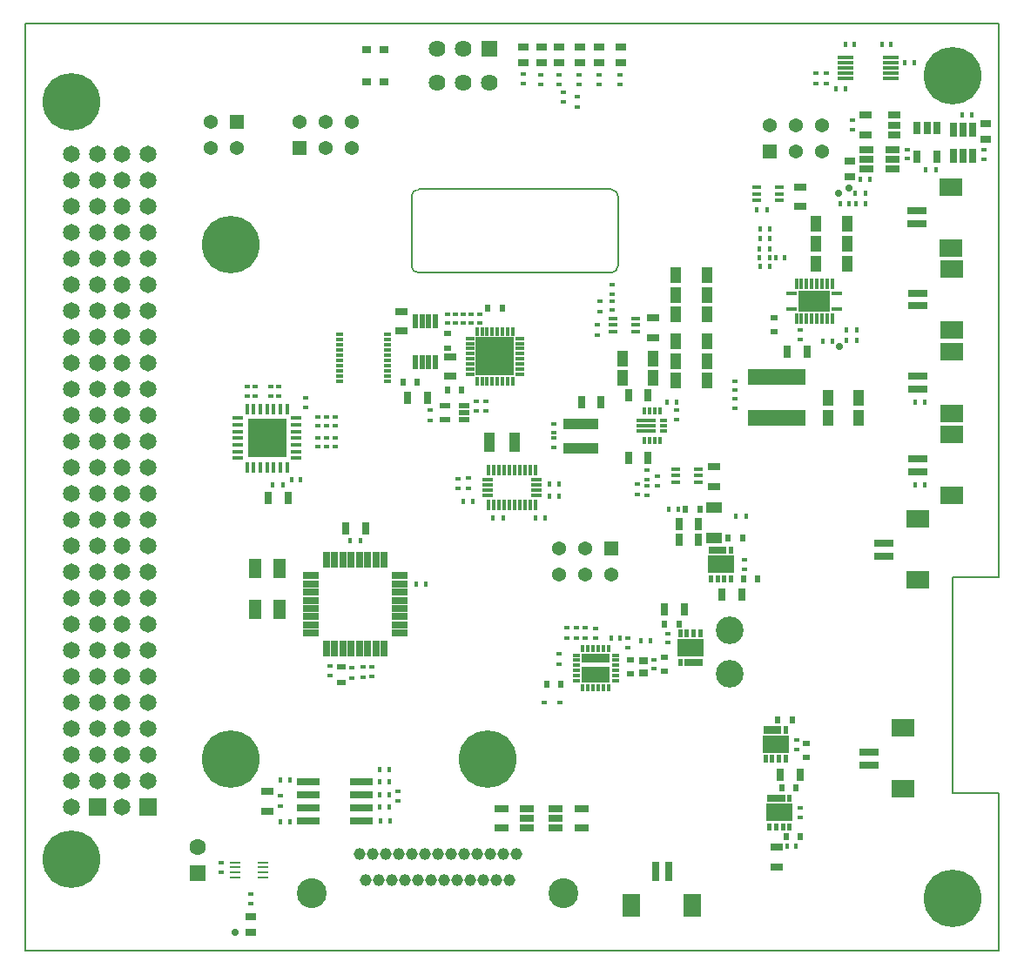
<source format=gts>
G04*
G04 #@! TF.GenerationSoftware,Altium Limited,Altium Designer,18.1.9 (240)*
G04*
G04 Layer_Color=8388736*
%FSLAX44Y44*%
%MOMM*%
G71*
G01*
G75*
%ADD16C,0.1520*%
%ADD21R,1.1112X0.2540*%
%ADD22R,1.6000X1.0000*%
%ADD23R,0.4500X0.6000*%
%ADD24R,0.4000X0.6000*%
%ADD25R,0.8000X1.3000*%
%ADD26R,0.6000X0.8000*%
%ADD27R,1.3000X0.8000*%
%ADD31R,0.6000X0.4000*%
%ADD39R,0.8000X0.6000*%
%ADD40R,0.6000X0.4500*%
%ADD42R,0.5032X0.3556*%
%ADD47R,0.9000X0.5000*%
%ADD50R,0.7000X1.3000*%
%ADD56R,1.0000X1.6000*%
%ADD57R,1.3000X0.7000*%
%ADD79R,0.4016X0.7016*%
%ADD80R,1.7016X0.7016*%
%ADD81R,2.5016X1.7016*%
%ADD82R,0.8016X1.9016*%
%ADD83R,1.7016X2.3016*%
%ADD84R,0.3616X1.0016*%
%ADD85R,1.0016X0.3616*%
%ADD86R,3.0516X2.0516*%
%ADD87C,0.7016*%
%ADD88R,0.9016X0.6516*%
%ADD89R,1.2016X0.7016*%
%ADD90R,0.8516X0.8016*%
%ADD91R,1.1416X0.4316*%
%ADD92R,0.4316X1.1416*%
%ADD93R,3.8016X3.8016*%
%ADD94R,2.3016X0.7016*%
%ADD95R,5.6016X1.5316*%
%ADD96R,1.0016X0.8016*%
%ADD97R,1.3716X0.6604*%
%ADD98R,1.5516X0.4016*%
%ADD99R,0.7016X1.2016*%
%ADD100R,0.6604X1.3716*%
%ADD101R,0.9416X0.3616*%
%ADD102R,0.3616X0.9416*%
%ADD103R,3.7016X3.7016*%
%ADD104R,0.5516X1.4516*%
%ADD105R,1.1016X0.5716*%
%ADD106R,1.1016X0.3516*%
%ADD107R,0.3516X1.1016*%
%ADD108R,3.5016X1.0816*%
%ADD109R,0.8016X0.4016*%
%ADD110R,1.9016X0.8016*%
%ADD111R,2.3016X1.7016*%
%ADD112R,1.3216X0.7016*%
%ADD113R,1.3016X1.9016*%
%ADD114R,1.6016X0.6516*%
%ADD115R,0.6516X1.6016*%
%ADD116R,1.1016X1.9016*%
%ADD117R,0.9516X0.4516*%
%ADD118R,0.3416X0.7016*%
%ADD119R,0.7016X0.3416*%
%ADD120R,1.8916X0.3216*%
%ADD121R,2.8016X0.9516*%
%ADD122R,2.8016X1.5516*%
%ADD123R,0.3416X0.6766*%
%ADD124R,0.6766X0.3416*%
%ADD125C,1.1684*%
%ADD126C,2.8956*%
%ADD127C,1.3716*%
%ADD128R,1.3716X1.3716*%
%ADD129R,1.6256X1.6256*%
%ADD130C,1.6256*%
%ADD131C,2.6924*%
%ADD132R,1.6516X1.6516*%
%ADD133C,1.6516*%
%ADD134C,0.1016*%
%ADD135C,1.6016*%
%ADD136R,1.6016X1.6016*%
%ADD137C,5.6016*%
G36*
X745549Y144927D02*
X741140D01*
Y152320D01*
X745549D01*
Y144927D01*
D02*
G37*
G36*
X739043Y144925D02*
X721640D01*
Y152320D01*
X739043D01*
Y144925D01*
D02*
G37*
G36*
X745542Y116917D02*
X741140D01*
Y124320D01*
X745542D01*
Y116917D01*
D02*
G37*
G36*
X739048Y116894D02*
X734640D01*
Y124320D01*
X739048D01*
Y116894D01*
D02*
G37*
G36*
X726028Y116893D02*
X721640D01*
Y124320D01*
X726028D01*
Y116893D01*
D02*
G37*
G36*
X732538Y116889D02*
X728140D01*
Y124320D01*
X732538D01*
Y116889D01*
D02*
G37*
G36*
X741621Y211149D02*
X737213D01*
Y218542D01*
X741621D01*
Y211149D01*
D02*
G37*
G36*
X735115Y211147D02*
X717712D01*
Y218542D01*
X735115D01*
Y211147D01*
D02*
G37*
G36*
X741615Y183138D02*
X737213D01*
Y190541D01*
X741615D01*
Y183138D01*
D02*
G37*
G36*
X735121Y183115D02*
X730713D01*
Y190541D01*
X735121D01*
Y183115D01*
D02*
G37*
G36*
X722101Y183114D02*
X717712D01*
Y190541D01*
X722101D01*
Y183114D01*
D02*
G37*
G36*
X728611Y183111D02*
X724212D01*
Y190541D01*
X728611D01*
Y183111D01*
D02*
G37*
G36*
X658634Y304984D02*
X654246D01*
Y312411D01*
X658634D01*
Y304984D01*
D02*
G37*
G36*
X652134D02*
X647736D01*
Y312415D01*
X652134D01*
Y304984D01*
D02*
G37*
G36*
X645634D02*
X641226D01*
Y312410D01*
X645634D01*
Y304984D01*
D02*
G37*
G36*
X639134D02*
X634732D01*
Y312387D01*
X639134D01*
Y304984D01*
D02*
G37*
G36*
X658634Y276984D02*
X641231D01*
Y284379D01*
X658634D01*
Y276984D01*
D02*
G37*
G36*
X639134D02*
X634725D01*
Y284377D01*
X639134D01*
Y276984D01*
D02*
G37*
G36*
X688478Y386227D02*
X684070D01*
Y393620D01*
X688478D01*
Y386227D01*
D02*
G37*
G36*
X681972Y386225D02*
X664570D01*
Y393620D01*
X681972D01*
Y386225D01*
D02*
G37*
G36*
X688472Y358217D02*
X684070D01*
Y365620D01*
X688472D01*
Y358217D01*
D02*
G37*
G36*
X681978Y358194D02*
X677570D01*
Y365620D01*
X681978D01*
Y358194D01*
D02*
G37*
G36*
X668958Y358193D02*
X664570D01*
Y365620D01*
X668958D01*
Y358193D01*
D02*
G37*
G36*
X675468Y358189D02*
X671070D01*
Y365620D01*
X675468D01*
Y358189D01*
D02*
G37*
D16*
X576580Y733724D02*
G03*
X569484Y740820I-7096J0D01*
G01*
X382680Y740820D02*
G03*
X375604Y733744I-0J-7076D01*
G01*
X375604Y666558D02*
G03*
X382642Y659520I7038J0D01*
G01*
X569299Y659520D02*
G03*
X576580Y666801I0J7281D01*
G01*
X382680Y740820D02*
X569484Y740820D01*
X375604Y733744D02*
X375604Y666558D01*
X382642Y659520D02*
X569299Y659520D01*
X576580Y666801D02*
X576580Y733724D01*
X946658Y363220D02*
Y901700D01*
X0D02*
X946658D01*
X0Y0D02*
Y901700D01*
Y0D02*
X946658D01*
Y153670D01*
X901700D02*
X946658D01*
X901700D02*
Y363220D01*
X946658D01*
D21*
X230924Y71240D02*
D03*
Y76240D02*
D03*
Y81240D02*
D03*
Y86240D02*
D03*
X203924D02*
D03*
Y81240D02*
D03*
Y76240D02*
D03*
Y71240D02*
D03*
D22*
X669828Y401560D02*
D03*
Y431560D02*
D03*
D23*
X690894Y422640D02*
D03*
X700894D02*
D03*
X240446Y453404D02*
D03*
X250446D02*
D03*
X798553Y604187D02*
D03*
X808553D02*
D03*
X798553Y594027D02*
D03*
X808553D02*
D03*
X785360Y593217D02*
D03*
X775360D02*
D03*
X797994Y838200D02*
D03*
X787994D02*
D03*
X721304Y720700D02*
D03*
X711304D02*
D03*
X316248Y398780D02*
D03*
X326248D02*
D03*
X875444Y759460D02*
D03*
X885444D02*
D03*
X454804Y421000D02*
D03*
X464804D02*
D03*
X807137Y736600D02*
D03*
X817137D02*
D03*
X713633Y674208D02*
D03*
X723633D02*
D03*
X713633Y682797D02*
D03*
X723633D02*
D03*
D24*
X625968Y429260D02*
D03*
X634968D02*
D03*
X740784Y101600D02*
D03*
X749784D02*
D03*
X821440Y750206D02*
D03*
X812440D02*
D03*
X797244Y881700D02*
D03*
X806244D02*
D03*
X258950Y458400D02*
D03*
X267950D02*
D03*
X380248Y357104D02*
D03*
X389248D02*
D03*
X354034Y176144D02*
D03*
X345034D02*
D03*
Y164714D02*
D03*
X354034D02*
D03*
Y152014D02*
D03*
X345034D02*
D03*
X354044Y139834D02*
D03*
X345044D02*
D03*
X345614Y126614D02*
D03*
X354614D02*
D03*
X257514Y165984D02*
D03*
X248514D02*
D03*
X257514Y125344D02*
D03*
X248514D02*
D03*
X841804Y881700D02*
D03*
X832804D02*
D03*
X864544Y863600D02*
D03*
X855544D02*
D03*
X911424Y812800D02*
D03*
X920424D02*
D03*
X510104Y454277D02*
D03*
X519104D02*
D03*
X569489Y304264D02*
D03*
X578489D02*
D03*
X608004Y301724D02*
D03*
X599004D02*
D03*
X865704Y453400D02*
D03*
X874704D02*
D03*
X865704Y533400D02*
D03*
X874704D02*
D03*
X426284Y436880D02*
D03*
X435284D02*
D03*
X505354Y421000D02*
D03*
X496354D02*
D03*
X519104Y441960D02*
D03*
X510104D02*
D03*
X807940Y726440D02*
D03*
X816940D02*
D03*
X723883Y693237D02*
D03*
X714883D02*
D03*
X723883Y665619D02*
D03*
X714883D02*
D03*
X738630Y674208D02*
D03*
X729630D02*
D03*
X792397Y726440D02*
D03*
X801397D02*
D03*
X723883Y701826D02*
D03*
X714883D02*
D03*
X624404Y533400D02*
D03*
X633404D02*
D03*
D25*
X654716Y400152D02*
D03*
X635716D02*
D03*
X654716Y415646D02*
D03*
X635716D02*
D03*
X372046Y538374D02*
D03*
X391046D02*
D03*
X236359Y440704D02*
D03*
X255359D02*
D03*
X605751Y540690D02*
D03*
X586751D02*
D03*
X330748Y410718D02*
D03*
X311748D02*
D03*
X734472Y171744D02*
D03*
X753472D02*
D03*
X605751Y479730D02*
D03*
X586751D02*
D03*
X677824Y347050D02*
D03*
X696824D02*
D03*
X640944Y332204D02*
D03*
X621944D02*
D03*
D26*
X642030Y429260D02*
D03*
X656030D02*
D03*
X753876Y110980D02*
D03*
X739876D02*
D03*
X749456Y158280D02*
D03*
X735456D02*
D03*
X712371Y361920D02*
D03*
X698371D02*
D03*
X449720Y625280D02*
D03*
X463720D02*
D03*
X367334Y553324D02*
D03*
X381334D02*
D03*
X424514Y545778D02*
D03*
X410514D02*
D03*
X745972Y225084D02*
D03*
X731972D02*
D03*
X697399Y401320D02*
D03*
X683399D02*
D03*
X621904Y318044D02*
D03*
X635904D02*
D03*
X506884Y259708D02*
D03*
X520884D02*
D03*
D27*
X730340Y100940D02*
D03*
Y81940D02*
D03*
X235234Y136164D02*
D03*
Y155164D02*
D03*
X365500Y622148D02*
D03*
Y603148D02*
D03*
X413330Y558748D02*
D03*
Y577748D02*
D03*
D31*
X753876Y138920D02*
D03*
Y129920D02*
D03*
X699304Y380620D02*
D03*
Y371620D02*
D03*
X301390Y519664D02*
D03*
Y510664D02*
D03*
X272978Y528660D02*
D03*
Y537660D02*
D03*
X215908Y548699D02*
D03*
Y539699D02*
D03*
X223528Y548699D02*
D03*
Y539699D02*
D03*
X239060Y548699D02*
D03*
Y539699D02*
D03*
X246680Y548699D02*
D03*
Y539699D02*
D03*
X292958Y510704D02*
D03*
Y519704D02*
D03*
X284814Y510744D02*
D03*
Y519744D02*
D03*
X292958Y490383D02*
D03*
Y499383D02*
D03*
X284814Y490384D02*
D03*
Y499384D02*
D03*
X301390Y490344D02*
D03*
Y499344D02*
D03*
X296198Y267864D02*
D03*
Y276864D02*
D03*
X337378Y267264D02*
D03*
Y276264D02*
D03*
X690270Y554379D02*
D03*
Y545379D02*
D03*
Y537179D02*
D03*
Y528179D02*
D03*
X753910Y594628D02*
D03*
Y603628D02*
D03*
X518832Y851973D02*
D03*
Y842973D02*
D03*
X501527Y851973D02*
D03*
Y842973D02*
D03*
X484509Y852973D02*
D03*
Y843973D02*
D03*
X538443Y851973D02*
D03*
Y842973D02*
D03*
X557780Y851973D02*
D03*
Y842973D02*
D03*
X578595Y851973D02*
D03*
Y842973D02*
D03*
X523403Y835080D02*
D03*
Y826080D02*
D03*
X857504Y779460D02*
D03*
Y770460D02*
D03*
X932180Y770300D02*
D03*
Y779300D02*
D03*
X513649Y512871D02*
D03*
Y503871D02*
D03*
Y498700D02*
D03*
Y489700D02*
D03*
X438904Y525499D02*
D03*
Y534499D02*
D03*
X441706Y610590D02*
D03*
Y619590D02*
D03*
X433832D02*
D03*
Y610590D02*
D03*
X426281Y619590D02*
D03*
Y610590D02*
D03*
X418473Y619590D02*
D03*
Y610590D02*
D03*
X410464Y619590D02*
D03*
Y610590D02*
D03*
X624654Y299734D02*
D03*
Y308734D02*
D03*
X750093Y196341D02*
D03*
Y205341D02*
D03*
X554864Y304234D02*
D03*
Y313234D02*
D03*
X611767Y274364D02*
D03*
Y283364D02*
D03*
X570484Y632320D02*
D03*
Y623320D02*
D03*
X633730Y525728D02*
D03*
Y516728D02*
D03*
X570484Y647954D02*
D03*
Y638954D02*
D03*
X604484Y452302D02*
D03*
Y443302D02*
D03*
X604520Y467536D02*
D03*
Y458536D02*
D03*
X190500Y85740D02*
D03*
Y76740D02*
D03*
X219649Y55400D02*
D03*
Y46400D02*
D03*
D39*
X728252Y616288D02*
D03*
Y602288D02*
D03*
X410972Y600598D02*
D03*
Y586598D02*
D03*
X759613Y202104D02*
D03*
Y188104D02*
D03*
X621284Y285868D02*
D03*
Y271868D02*
D03*
X588264Y283324D02*
D03*
Y269324D02*
D03*
D40*
X804164Y798373D02*
D03*
Y808373D02*
D03*
X328508Y276124D02*
D03*
Y266124D02*
D03*
X317782Y275564D02*
D03*
Y265564D02*
D03*
X362844Y145664D02*
D03*
Y155664D02*
D03*
X247904Y140724D02*
D03*
Y150724D02*
D03*
X779034Y853758D02*
D03*
Y843758D02*
D03*
X768874Y853758D02*
D03*
Y843758D02*
D03*
X537188Y820983D02*
D03*
Y830983D02*
D03*
X556260Y598981D02*
D03*
Y608981D02*
D03*
X448048Y534999D02*
D03*
Y524999D02*
D03*
X393768Y515828D02*
D03*
Y525828D02*
D03*
X614680Y462200D02*
D03*
Y452200D02*
D03*
X518964Y288944D02*
D03*
Y278944D02*
D03*
X585724Y304734D02*
D03*
Y294734D02*
D03*
X526570Y314344D02*
D03*
Y304344D02*
D03*
X535739Y314344D02*
D03*
Y304344D02*
D03*
X544364Y314344D02*
D03*
Y304344D02*
D03*
X430784Y459767D02*
D03*
Y449767D02*
D03*
X420852Y459660D02*
D03*
Y449660D02*
D03*
X559054Y622126D02*
D03*
Y632126D02*
D03*
X595098Y444432D02*
D03*
Y454432D02*
D03*
D42*
X519581Y241272D02*
D03*
X504547D02*
D03*
D47*
X307238Y261184D02*
D03*
Y276184D02*
D03*
D50*
X741324Y582510D02*
D03*
X760324D02*
D03*
X541089Y533451D02*
D03*
X560089D02*
D03*
D56*
X662616Y657338D02*
D03*
X632616D02*
D03*
X662616Y638275D02*
D03*
X632616D02*
D03*
X662616Y619212D02*
D03*
X632616D02*
D03*
X580630Y576250D02*
D03*
X610630D02*
D03*
X580630Y557700D02*
D03*
X610630D02*
D03*
X799133Y687914D02*
D03*
X769133D02*
D03*
X799133Y668169D02*
D03*
X769133D02*
D03*
X799133Y707659D02*
D03*
X769133D02*
D03*
X632616Y592813D02*
D03*
X662616D02*
D03*
X632616Y573750D02*
D03*
X662616D02*
D03*
X632616Y554687D02*
D03*
X662616D02*
D03*
X780465Y518411D02*
D03*
X810465D02*
D03*
X780465Y538168D02*
D03*
X810465D02*
D03*
D57*
X610713Y596675D02*
D03*
Y615675D02*
D03*
X753910Y724248D02*
D03*
Y743248D02*
D03*
X669828Y451904D02*
D03*
Y470904D02*
D03*
D79*
X723840Y120620D02*
D03*
X730340D02*
D03*
X736840D02*
D03*
X743340D02*
D03*
Y148620D02*
D03*
X719912Y186842D02*
D03*
X726413D02*
D03*
X732913D02*
D03*
X739413D02*
D03*
Y214841D02*
D03*
X666770Y361920D02*
D03*
X673270D02*
D03*
X679770D02*
D03*
X686270D02*
D03*
Y389920D02*
D03*
X656434Y308684D02*
D03*
X649934D02*
D03*
X643434D02*
D03*
X636934D02*
D03*
Y280684D02*
D03*
D80*
X730340Y148620D02*
D03*
X726413Y214841D02*
D03*
X673270Y389920D02*
D03*
X649934Y280684D02*
D03*
D81*
X733590Y134620D02*
D03*
X729662Y200842D02*
D03*
X676520Y375920D02*
D03*
X646684Y294684D02*
D03*
D82*
X613030Y77380D02*
D03*
X625530D02*
D03*
D83*
X589530Y44380D02*
D03*
X649030D02*
D03*
D84*
X784863Y615418D02*
D03*
X749863Y649118D02*
D03*
Y615418D02*
D03*
X754863D02*
D03*
X759863D02*
D03*
X764863D02*
D03*
X769863D02*
D03*
X774863D02*
D03*
X779863D02*
D03*
X784863Y649118D02*
D03*
X779863D02*
D03*
X774863D02*
D03*
X769863D02*
D03*
X764863D02*
D03*
X759863D02*
D03*
X754863D02*
D03*
D85*
X789212Y624768D02*
D03*
X745513Y639768D02*
D03*
Y624768D02*
D03*
X789212Y639768D02*
D03*
D86*
X767363Y632268D02*
D03*
D87*
X791000Y736900D02*
D03*
X801060Y742380D02*
D03*
X791708Y587714D02*
D03*
X203924Y18000D02*
D03*
D88*
X600964Y282574D02*
D03*
Y270074D02*
D03*
D89*
X816940Y793873D02*
D03*
Y812873D02*
D03*
X844940D02*
D03*
Y803373D02*
D03*
Y793873D02*
D03*
D90*
X348728Y877060D02*
D03*
Y845060D02*
D03*
X332228D02*
D03*
Y877060D02*
D03*
D91*
X263450Y479214D02*
D03*
Y485714D02*
D03*
Y492214D02*
D03*
Y498714D02*
D03*
Y505214D02*
D03*
Y511714D02*
D03*
Y518214D02*
D03*
X206750D02*
D03*
Y511714D02*
D03*
Y505214D02*
D03*
Y498714D02*
D03*
Y492214D02*
D03*
Y485714D02*
D03*
Y479214D02*
D03*
D92*
X215600Y470364D02*
D03*
X222100D02*
D03*
X228600D02*
D03*
X235100D02*
D03*
X241600D02*
D03*
X248100D02*
D03*
X254600D02*
D03*
Y527064D02*
D03*
X248100D02*
D03*
X241600D02*
D03*
X235100D02*
D03*
X228600D02*
D03*
X222100D02*
D03*
X215600D02*
D03*
D93*
X235100Y498714D02*
D03*
D94*
X275274Y152014D02*
D03*
X327274D02*
D03*
X275274Y164714D02*
D03*
Y139314D02*
D03*
Y126614D02*
D03*
X327274Y164714D02*
D03*
Y139314D02*
D03*
Y126614D02*
D03*
D95*
X730504Y518280D02*
D03*
Y558680D02*
D03*
D96*
X538998Y864163D02*
D03*
Y879163D02*
D03*
X519489Y864163D02*
D03*
Y879163D02*
D03*
X502285Y864163D02*
D03*
Y879163D02*
D03*
X484761Y864163D02*
D03*
Y879163D02*
D03*
X558233Y864163D02*
D03*
Y879163D02*
D03*
X578947Y864163D02*
D03*
Y879163D02*
D03*
X933704Y789730D02*
D03*
Y804730D02*
D03*
X219649Y33000D02*
D03*
Y18000D02*
D03*
X801853Y768446D02*
D03*
Y753446D02*
D03*
D97*
X817790Y760795D02*
D03*
Y770193D02*
D03*
Y779591D02*
D03*
X843698D02*
D03*
Y770193D02*
D03*
Y760795D02*
D03*
D98*
X841994Y848758D02*
D03*
Y853758D02*
D03*
Y858758D02*
D03*
Y863758D02*
D03*
Y868758D02*
D03*
X797994Y848758D02*
D03*
Y853758D02*
D03*
Y858758D02*
D03*
Y863758D02*
D03*
Y868758D02*
D03*
D99*
X886444Y772216D02*
D03*
X867444D02*
D03*
Y800216D02*
D03*
X876944D02*
D03*
X886444D02*
D03*
D100*
X921242Y773066D02*
D03*
X911844D02*
D03*
X902446D02*
D03*
Y798974D02*
D03*
X911844D02*
D03*
X921242D02*
D03*
D101*
X481070Y560908D02*
D03*
Y565908D02*
D03*
Y570908D02*
D03*
Y575908D02*
D03*
Y580908D02*
D03*
Y585908D02*
D03*
Y590908D02*
D03*
Y595908D02*
D03*
X432370D02*
D03*
Y590908D02*
D03*
Y585908D02*
D03*
Y580908D02*
D03*
Y575908D02*
D03*
Y570908D02*
D03*
Y565908D02*
D03*
Y560908D02*
D03*
D102*
X439220Y554058D02*
D03*
X444220D02*
D03*
X449220D02*
D03*
X454220D02*
D03*
X459220D02*
D03*
X464220D02*
D03*
X469220D02*
D03*
X474220D02*
D03*
Y602758D02*
D03*
X469220D02*
D03*
X464220D02*
D03*
X459220D02*
D03*
X454220D02*
D03*
X449220D02*
D03*
X444220D02*
D03*
X439220D02*
D03*
D103*
X456720Y578408D02*
D03*
D104*
X379500Y572640D02*
D03*
X386000D02*
D03*
X392500D02*
D03*
X399000D02*
D03*
X379500Y612140D02*
D03*
X386000D02*
D03*
X392500D02*
D03*
X399000D02*
D03*
D105*
X426572Y517200D02*
D03*
Y530200D02*
D03*
X408572Y517200D02*
D03*
Y530200D02*
D03*
X426572Y523700D02*
D03*
D106*
X497404Y458400D02*
D03*
Y453400D02*
D03*
Y448400D02*
D03*
Y443400D02*
D03*
X449404Y458400D02*
D03*
Y453400D02*
D03*
Y448400D02*
D03*
Y443400D02*
D03*
D107*
X450904Y433900D02*
D03*
X455904D02*
D03*
X460904D02*
D03*
X465904D02*
D03*
X470904D02*
D03*
X475904D02*
D03*
X480904D02*
D03*
X485904D02*
D03*
X490904D02*
D03*
X495904D02*
D03*
Y467900D02*
D03*
X490904D02*
D03*
X485904D02*
D03*
X480904D02*
D03*
X475904D02*
D03*
X470904D02*
D03*
X465904D02*
D03*
X460904D02*
D03*
X455904D02*
D03*
X450904D02*
D03*
D108*
X540428Y512593D02*
D03*
Y488893D02*
D03*
D109*
X351900Y599400D02*
D03*
X305900D02*
D03*
X351900Y594400D02*
D03*
X305900D02*
D03*
X351900Y589400D02*
D03*
X305900D02*
D03*
X351900Y584400D02*
D03*
X305900D02*
D03*
X351900Y579400D02*
D03*
X305900D02*
D03*
X351900Y574400D02*
D03*
X305900D02*
D03*
X351900Y569400D02*
D03*
X305900D02*
D03*
X351900Y564400D02*
D03*
X305900D02*
D03*
X351900Y559400D02*
D03*
X305900D02*
D03*
X351900Y554400D02*
D03*
X305900D02*
D03*
D110*
X867340Y707248D02*
D03*
Y719748D02*
D03*
X868070Y627481D02*
D03*
Y639981D02*
D03*
Y559011D02*
D03*
Y546511D02*
D03*
Y478766D02*
D03*
Y466266D02*
D03*
X834984Y396680D02*
D03*
Y384180D02*
D03*
X820440Y193480D02*
D03*
Y180980D02*
D03*
D111*
X900340Y683748D02*
D03*
Y743248D02*
D03*
X901070Y603981D02*
D03*
Y663481D02*
D03*
Y582510D02*
D03*
Y523011D02*
D03*
Y502266D02*
D03*
Y442766D02*
D03*
X867984Y420180D02*
D03*
Y360680D02*
D03*
X853440Y216980D02*
D03*
Y157480D02*
D03*
D112*
X462849Y119736D02*
D03*
Y138736D02*
D03*
X487749D02*
D03*
Y129236D02*
D03*
Y119736D02*
D03*
X540770Y138720D02*
D03*
Y119720D02*
D03*
X515870D02*
D03*
Y129220D02*
D03*
Y138720D02*
D03*
D113*
X247228Y372344D02*
D03*
Y332344D02*
D03*
X223228D02*
D03*
Y372344D02*
D03*
D114*
X364068Y365104D02*
D03*
Y357104D02*
D03*
Y349104D02*
D03*
Y341104D02*
D03*
Y333104D02*
D03*
Y325104D02*
D03*
Y317104D02*
D03*
Y309104D02*
D03*
X278068D02*
D03*
Y317104D02*
D03*
Y325104D02*
D03*
Y333104D02*
D03*
Y341104D02*
D03*
Y349104D02*
D03*
Y357104D02*
D03*
Y365104D02*
D03*
D115*
X349068Y294104D02*
D03*
X341068D02*
D03*
X333068D02*
D03*
X325068D02*
D03*
X317068D02*
D03*
X309068D02*
D03*
X301068D02*
D03*
X293068D02*
D03*
Y380104D02*
D03*
X301068D02*
D03*
X309068D02*
D03*
X317068D02*
D03*
X325068D02*
D03*
X333068D02*
D03*
X341068D02*
D03*
X349068D02*
D03*
D116*
X476304Y494713D02*
D03*
X451304D02*
D03*
D117*
X571255Y615374D02*
D03*
Y608875D02*
D03*
Y602374D02*
D03*
X593255D02*
D03*
Y608875D02*
D03*
Y615374D02*
D03*
X632434Y468780D02*
D03*
Y462280D02*
D03*
Y455780D02*
D03*
X654434D02*
D03*
Y462280D02*
D03*
Y468780D02*
D03*
X711590Y742788D02*
D03*
Y736288D02*
D03*
Y729788D02*
D03*
X733590D02*
D03*
Y736288D02*
D03*
Y742788D02*
D03*
D118*
X601951Y524885D02*
D03*
X606951D02*
D03*
X611951D02*
D03*
X616951D02*
D03*
Y496885D02*
D03*
X611951D02*
D03*
X606951D02*
D03*
X601951D02*
D03*
D119*
X620951Y515885D02*
D03*
Y510885D02*
D03*
Y505885D02*
D03*
D120*
X603901Y505985D02*
D03*
Y510885D02*
D03*
Y515785D02*
D03*
D121*
X554864Y284553D02*
D03*
D122*
Y269053D02*
D03*
D123*
X567364Y256178D02*
D03*
X562364D02*
D03*
X557364D02*
D03*
X552364D02*
D03*
X547364D02*
D03*
X542364D02*
D03*
Y294428D02*
D03*
X547364D02*
D03*
X552364D02*
D03*
X557364D02*
D03*
X562364D02*
D03*
X567364D02*
D03*
D124*
X535739Y262803D02*
D03*
Y267803D02*
D03*
Y272803D02*
D03*
Y277803D02*
D03*
Y282803D02*
D03*
Y287803D02*
D03*
X573989D02*
D03*
Y282803D02*
D03*
Y277803D02*
D03*
Y272803D02*
D03*
Y267803D02*
D03*
Y262803D02*
D03*
D125*
X331154Y68800D02*
D03*
X343854D02*
D03*
X356554D02*
D03*
X369254D02*
D03*
X381954D02*
D03*
X394654D02*
D03*
X407354D02*
D03*
X420054D02*
D03*
X432754D02*
D03*
X445454D02*
D03*
X458154D02*
D03*
X470854D02*
D03*
X324804Y94200D02*
D03*
X337504D02*
D03*
X350204D02*
D03*
X362904D02*
D03*
X375604D02*
D03*
X388304D02*
D03*
X401004D02*
D03*
X413704D02*
D03*
X426404D02*
D03*
X439104D02*
D03*
X451804D02*
D03*
X464504D02*
D03*
X477204D02*
D03*
D126*
X523559Y56100D02*
D03*
X278449D02*
D03*
D127*
X774700Y777973D02*
D03*
Y803373D02*
D03*
X749300Y777973D02*
D03*
Y803373D02*
D03*
X723900D02*
D03*
X180340Y806573D02*
D03*
Y781173D02*
D03*
X205740D02*
D03*
X266534Y806573D02*
D03*
X291934D02*
D03*
Y781173D02*
D03*
X317334Y806573D02*
D03*
Y781173D02*
D03*
X518964Y391160D02*
D03*
Y365760D02*
D03*
X544364Y391160D02*
D03*
Y365760D02*
D03*
X569764D02*
D03*
D128*
X723900Y777973D02*
D03*
X205740Y806573D02*
D03*
X266534Y781173D02*
D03*
X569764Y391160D02*
D03*
D129*
X451104Y877570D02*
D03*
D130*
X425704D02*
D03*
X400304D02*
D03*
X451104Y844550D02*
D03*
X425704D02*
D03*
X400304D02*
D03*
D131*
X684850Y311590D02*
D03*
Y269680D02*
D03*
D132*
X70104Y139800D02*
D03*
X119604D02*
D03*
D133*
X70104Y165200D02*
D03*
Y190600D02*
D03*
Y216000D02*
D03*
Y241400D02*
D03*
Y266800D02*
D03*
Y292200D02*
D03*
Y317600D02*
D03*
Y343000D02*
D03*
Y368400D02*
D03*
Y393800D02*
D03*
Y419200D02*
D03*
Y444600D02*
D03*
Y470000D02*
D03*
Y495400D02*
D03*
Y520800D02*
D03*
Y546200D02*
D03*
Y571600D02*
D03*
Y597000D02*
D03*
Y622400D02*
D03*
Y647800D02*
D03*
Y673200D02*
D03*
Y698600D02*
D03*
Y724000D02*
D03*
Y749400D02*
D03*
Y774800D02*
D03*
X44704Y139800D02*
D03*
Y165200D02*
D03*
Y190600D02*
D03*
Y216000D02*
D03*
Y241400D02*
D03*
Y266800D02*
D03*
Y292200D02*
D03*
Y317600D02*
D03*
Y343000D02*
D03*
Y368400D02*
D03*
Y393800D02*
D03*
Y419200D02*
D03*
Y444600D02*
D03*
Y470000D02*
D03*
Y495400D02*
D03*
Y520800D02*
D03*
Y546200D02*
D03*
Y571600D02*
D03*
Y597000D02*
D03*
Y622400D02*
D03*
Y647800D02*
D03*
Y673200D02*
D03*
Y698600D02*
D03*
Y724000D02*
D03*
Y749400D02*
D03*
Y774800D02*
D03*
X119604Y165200D02*
D03*
Y190600D02*
D03*
Y216000D02*
D03*
Y241400D02*
D03*
Y266800D02*
D03*
Y292200D02*
D03*
Y317600D02*
D03*
Y343000D02*
D03*
Y368400D02*
D03*
Y393800D02*
D03*
Y419200D02*
D03*
Y444600D02*
D03*
Y470000D02*
D03*
Y495400D02*
D03*
Y520800D02*
D03*
Y546200D02*
D03*
Y571600D02*
D03*
Y597000D02*
D03*
Y622400D02*
D03*
Y647800D02*
D03*
Y673200D02*
D03*
Y698600D02*
D03*
Y724000D02*
D03*
Y749400D02*
D03*
Y774800D02*
D03*
X94204Y139800D02*
D03*
Y165200D02*
D03*
Y190600D02*
D03*
Y216000D02*
D03*
Y241400D02*
D03*
Y266800D02*
D03*
Y292200D02*
D03*
Y317600D02*
D03*
Y343000D02*
D03*
Y368400D02*
D03*
Y393800D02*
D03*
Y419200D02*
D03*
Y444600D02*
D03*
Y470000D02*
D03*
Y495400D02*
D03*
Y520800D02*
D03*
Y546200D02*
D03*
Y571600D02*
D03*
Y597000D02*
D03*
Y622400D02*
D03*
Y647800D02*
D03*
Y673200D02*
D03*
Y698600D02*
D03*
Y724000D02*
D03*
Y749400D02*
D03*
Y774800D02*
D03*
D134*
X328900Y608900D02*
D03*
Y544900D02*
D03*
D135*
X167864Y101384D02*
D03*
D136*
Y75984D02*
D03*
D137*
X902004Y50800D02*
D03*
Y850900D02*
D03*
X200000Y186700D02*
D03*
X450000D02*
D03*
X200000Y686700D02*
D03*
X44704Y825500D02*
D03*
Y88900D02*
D03*
M02*

</source>
